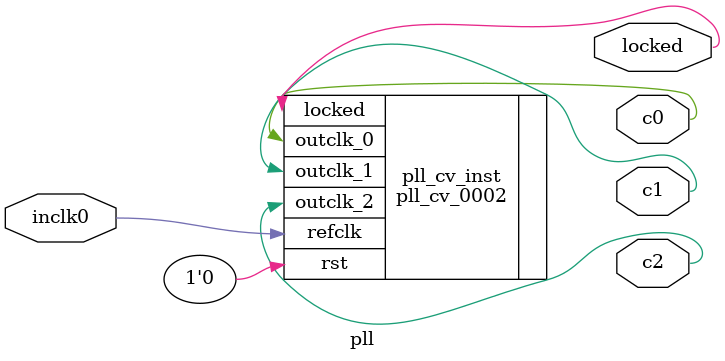
<source format=v>

module pll (
		input  wire  inclk0,   //  refclk.clk
		output wire  c0, // outclk0.clk
		output wire  c1, // outclk1.clk
		output wire  c2, // outclk2.clk
		output wire  locked    //  locked.export
	);

	pll_cv_0002 pll_cv_inst (
		.refclk   (inclk0),   //  refclk.clk
		.rst      (1'b0),      //   reset.reset
		.outclk_0 (c0), // outclk0.clk
		.outclk_1 (c1), // outclk1.clk
		.outclk_2 (c2), // outclk2.clk
		.locked   (locked)    //  locked.export
	);
	
endmodule

</source>
